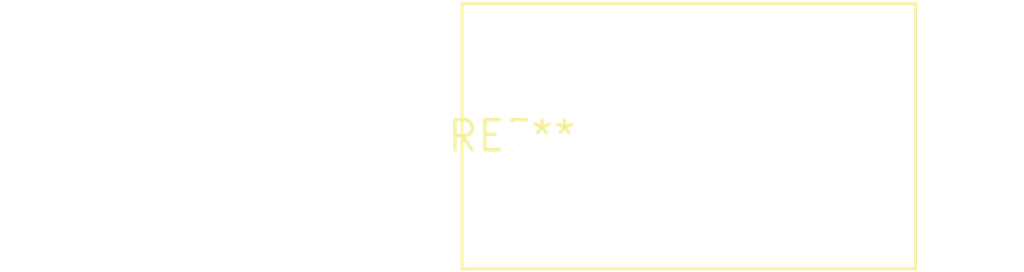
<source format=kicad_pcb>
(kicad_pcb (version 20240108) (generator pcbnew)
  (layers (0 "F.Cu" signal) (31 "B.Cu" signal) (34 "B.Paste" user) (35 "F.Paste" user) (36 "B.SilkS" user "B.Silkscreen") (37 "F.SilkS" user "F.Silkscreen") (38 "B.Mask" user) (39 "F.Mask" user) (44 "Edge.Cuts" user))
  (net 0 "")
  (footprint "C_Rect_L19.0mm_W11.0mm_P15.00mm_MKS4" (layer "F.Cu") (at 0 0)
    (property "Reference" "REF**")
    (property "Value" "C_Rect_L19.0mm_W11.0mm_P15.00mm_MKS4")
    (fp_line (start -2.12 -5.62) (end -2.12 5.62) (layer "F.SilkS") (stroke (width 0.12)))
    (fp_line (start -2.12 -5.62) (end 17.12 -5.62) (layer "F.SilkS") (stroke (width 0.12)))
    (fp_line (start -2.12 5.62) (end 17.12 5.62) (layer "F.SilkS") (stroke (width 0.12)))
    (fp_line (start 17.12 -5.62) (end 17.12 5.62) (layer "F.SilkS") (stroke (width 0.12)))
    (pad "1" thru_hole circle (at 0 0) (size 2.4 2.4) (drill 1.2) (layers *.Cu *.Mask) (remove_unused_layers))
    (pad "2" thru_hole circle (at 15 0) (size 2.4 2.4) (drill 1.2) (layers *.Cu *.Mask) (remove_unused_layers))
  )
)
</source>
